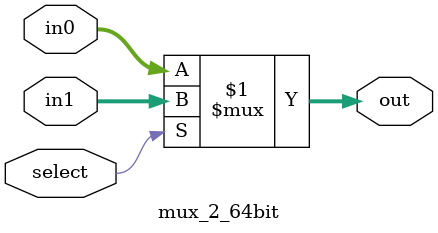
<source format=v>
module mux_2_64bit(out, select, in0, in1);
    input select;
    input [63:0] in0, in1;
    output [63:0] out;
    assign out = select ? in1 : in0;
endmodule
</source>
